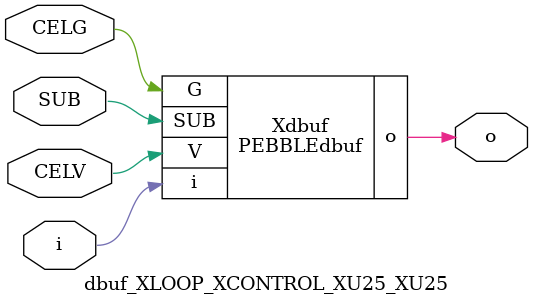
<source format=v>



module PEBBLEdbuf ( o, G, SUB, V, i );

  input V;
  input i;
  input G;
  output o;
  input SUB;
endmodule

//Celera Confidential Do Not Copy dbuf_XLOOP_XCONTROL_XU25_XU25
//Celera Confidential Symbol Generator
//Digital Buffer
module dbuf_XLOOP_XCONTROL_XU25_XU25 (CELV,CELG,i,o,SUB);
input CELV;
input CELG;
input i;
input SUB;
output o;

//Celera Confidential Do Not Copy dbuf
PEBBLEdbuf Xdbuf(
.V (CELV),
.i (i),
.o (o),
.SUB (SUB),
.G (CELG)
);
//,diesize,PEBBLEdbuf

//Celera Confidential Do Not Copy Module End
//Celera Schematic Generator
endmodule

</source>
